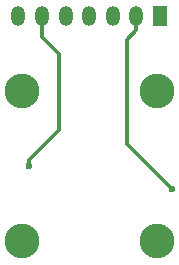
<source format=gbl>
G04 #@! TF.FileFunction,Copper,L2,Bot,Signal*
%FSLAX46Y46*%
G04 Gerber Fmt 4.6, Leading zero omitted, Abs format (unit mm)*
G04 Created by KiCad (PCBNEW 4.0.7+dfsg1-1~bpo8+1) date Sun Dec 31 03:01:23 2017*
%MOMM*%
%LPD*%
G01*
G04 APERTURE LIST*
%ADD10C,0.100000*%
%ADD11R,1.198880X1.699260*%
%ADD12O,1.198880X1.699260*%
%ADD13C,2.946400*%
%ADD14C,0.600000*%
%ADD15C,0.300000*%
G04 APERTURE END LIST*
D10*
D11*
X95539560Y-83820000D03*
D12*
X91536520Y-83820000D03*
X93538040Y-83820000D03*
X89537540Y-83820000D03*
X87536020Y-83820000D03*
X85534500Y-83820000D03*
X83535520Y-83820000D03*
D13*
X95250000Y-102870000D03*
X83820000Y-90170000D03*
X95250000Y-90170000D03*
X83820000Y-102870000D03*
D14*
X96520000Y-98425000D03*
X84455000Y-96520000D03*
D15*
X93538040Y-83820000D02*
X93538040Y-84969630D01*
X92710000Y-85797670D02*
X92710000Y-94615000D01*
X93538040Y-84969630D02*
X92710000Y-85797670D01*
X92710000Y-94615000D02*
X96520000Y-98425000D01*
X86995000Y-86995000D02*
X85534500Y-85534500D01*
X85534500Y-85534500D02*
X85534500Y-83820000D01*
X86995000Y-93419682D02*
X86995000Y-86995000D01*
X84455000Y-96520000D02*
X84455000Y-95959682D01*
X84455000Y-95959682D02*
X86995000Y-93419682D01*
M02*

</source>
